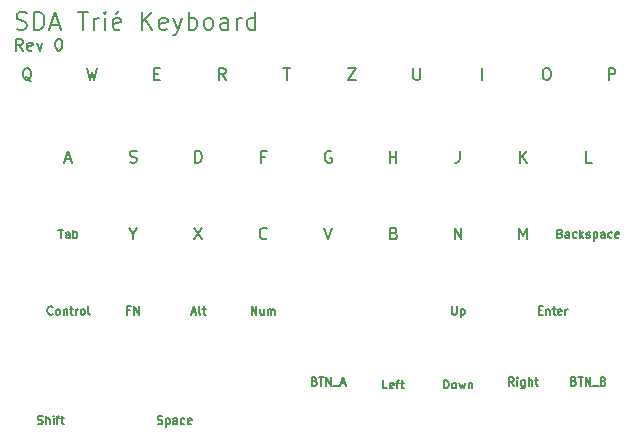
<source format=gbr>
%TF.GenerationSoftware,KiCad,Pcbnew,6.0.11-2627ca5db0~126~ubuntu22.04.1*%
%TF.CreationDate,2024-01-14T00:56:42+01:00*%
%TF.ProjectId,sda_trie_kbd,7364615f-7472-4696-955f-6b62642e6b69,rev?*%
%TF.SameCoordinates,PX2f34f60PY1c9b1e8*%
%TF.FileFunction,Legend,Top*%
%TF.FilePolarity,Positive*%
%FSLAX46Y46*%
G04 Gerber Fmt 4.6, Leading zero omitted, Abs format (unit mm)*
G04 Created by KiCad (PCBNEW 6.0.11-2627ca5db0~126~ubuntu22.04.1) date 2024-01-14 00:56:42*
%MOMM*%
%LPD*%
G01*
G04 APERTURE LIST*
%ADD10C,0.150000*%
G04 APERTURE END LIST*
D10*
X3642857Y-4956884D02*
X3309523Y-4480694D01*
X3071428Y-4956884D02*
X3071428Y-3956884D01*
X3452380Y-3956884D01*
X3547619Y-4004504D01*
X3595238Y-4052123D01*
X3642857Y-4147361D01*
X3642857Y-4290218D01*
X3595238Y-4385456D01*
X3547619Y-4433075D01*
X3452380Y-4480694D01*
X3071428Y-4480694D01*
X4452380Y-4909265D02*
X4357142Y-4956884D01*
X4166666Y-4956884D01*
X4071428Y-4909265D01*
X4023809Y-4814027D01*
X4023809Y-4433075D01*
X4071428Y-4337837D01*
X4166666Y-4290218D01*
X4357142Y-4290218D01*
X4452380Y-4337837D01*
X4500000Y-4433075D01*
X4500000Y-4528313D01*
X4023809Y-4623551D01*
X4833333Y-4290218D02*
X5071428Y-4956884D01*
X5309523Y-4290218D01*
X6642857Y-3956884D02*
X6738095Y-3956884D01*
X6833333Y-4004504D01*
X6880952Y-4052123D01*
X6928571Y-4147361D01*
X6976190Y-4337837D01*
X6976190Y-4575932D01*
X6928571Y-4766408D01*
X6880952Y-4861646D01*
X6833333Y-4909265D01*
X6738095Y-4956884D01*
X6642857Y-4956884D01*
X6547619Y-4909265D01*
X6500000Y-4861646D01*
X6452380Y-4766408D01*
X6404761Y-4575932D01*
X6404761Y-4337837D01*
X6452380Y-4147361D01*
X6500000Y-4052123D01*
X6547619Y-4004504D01*
X6642857Y-3956884D01*
X3119047Y-3111646D02*
X3333333Y-3183075D01*
X3690476Y-3183075D01*
X3833333Y-3111646D01*
X3904762Y-3040218D01*
X3976190Y-2897361D01*
X3976190Y-2754504D01*
X3904762Y-2611646D01*
X3833333Y-2540218D01*
X3690476Y-2468789D01*
X3404762Y-2397361D01*
X3261904Y-2325932D01*
X3190476Y-2254504D01*
X3119047Y-2111646D01*
X3119047Y-1968789D01*
X3190476Y-1825932D01*
X3261904Y-1754504D01*
X3404762Y-1683075D01*
X3761904Y-1683075D01*
X3976190Y-1754504D01*
X4619047Y-3183075D02*
X4619047Y-1683075D01*
X4976190Y-1683075D01*
X5190476Y-1754504D01*
X5333333Y-1897361D01*
X5404762Y-2040218D01*
X5476190Y-2325932D01*
X5476190Y-2540218D01*
X5404762Y-2825932D01*
X5333333Y-2968789D01*
X5190476Y-3111646D01*
X4976190Y-3183075D01*
X4619047Y-3183075D01*
X6047619Y-2754504D02*
X6761904Y-2754504D01*
X5904762Y-3183075D02*
X6404762Y-1683075D01*
X6904762Y-3183075D01*
X8333333Y-1683075D02*
X9190476Y-1683075D01*
X8761904Y-3183075D02*
X8761904Y-1683075D01*
X9690476Y-3183075D02*
X9690476Y-2183075D01*
X9690476Y-2468789D02*
X9761904Y-2325932D01*
X9833333Y-2254504D01*
X9976190Y-2183075D01*
X10119047Y-2183075D01*
X10619047Y-3183075D02*
X10619047Y-2183075D01*
X10619047Y-1683075D02*
X10547619Y-1754504D01*
X10619047Y-1825932D01*
X10690476Y-1754504D01*
X10619047Y-1683075D01*
X10619047Y-1825932D01*
X11904762Y-3111646D02*
X11761904Y-3183075D01*
X11476190Y-3183075D01*
X11333333Y-3111646D01*
X11261904Y-2968789D01*
X11261904Y-2397361D01*
X11333333Y-2254504D01*
X11476190Y-2183075D01*
X11761904Y-2183075D01*
X11904762Y-2254504D01*
X11976190Y-2397361D01*
X11976190Y-2540218D01*
X11261904Y-2683075D01*
X11761904Y-1611646D02*
X11547619Y-1825932D01*
X13761904Y-3183075D02*
X13761904Y-1683075D01*
X14619047Y-3183075D02*
X13976190Y-2325932D01*
X14619047Y-1683075D02*
X13761904Y-2540218D01*
X15833333Y-3111646D02*
X15690476Y-3183075D01*
X15404762Y-3183075D01*
X15261904Y-3111646D01*
X15190476Y-2968789D01*
X15190476Y-2397361D01*
X15261904Y-2254504D01*
X15404762Y-2183075D01*
X15690476Y-2183075D01*
X15833333Y-2254504D01*
X15904762Y-2397361D01*
X15904762Y-2540218D01*
X15190476Y-2683075D01*
X16404762Y-2183075D02*
X16761904Y-3183075D01*
X17119047Y-2183075D02*
X16761904Y-3183075D01*
X16619047Y-3540218D01*
X16547619Y-3611646D01*
X16404762Y-3683075D01*
X17690476Y-3183075D02*
X17690476Y-1683075D01*
X17690476Y-2254504D02*
X17833333Y-2183075D01*
X18119047Y-2183075D01*
X18261905Y-2254504D01*
X18333333Y-2325932D01*
X18404762Y-2468789D01*
X18404762Y-2897361D01*
X18333333Y-3040218D01*
X18261905Y-3111646D01*
X18119047Y-3183075D01*
X17833333Y-3183075D01*
X17690476Y-3111646D01*
X19261905Y-3183075D02*
X19119047Y-3111646D01*
X19047619Y-3040218D01*
X18976190Y-2897361D01*
X18976190Y-2468789D01*
X19047619Y-2325932D01*
X19119047Y-2254504D01*
X19261905Y-2183075D01*
X19476190Y-2183075D01*
X19619047Y-2254504D01*
X19690476Y-2325932D01*
X19761905Y-2468789D01*
X19761905Y-2897361D01*
X19690476Y-3040218D01*
X19619047Y-3111646D01*
X19476190Y-3183075D01*
X19261905Y-3183075D01*
X21047619Y-3183075D02*
X21047619Y-2397361D01*
X20976190Y-2254504D01*
X20833333Y-2183075D01*
X20547619Y-2183075D01*
X20404762Y-2254504D01*
X21047619Y-3111646D02*
X20904762Y-3183075D01*
X20547619Y-3183075D01*
X20404762Y-3111646D01*
X20333333Y-2968789D01*
X20333333Y-2825932D01*
X20404762Y-2683075D01*
X20547619Y-2611646D01*
X20904762Y-2611646D01*
X21047619Y-2540218D01*
X21761905Y-3183075D02*
X21761905Y-2183075D01*
X21761905Y-2468789D02*
X21833333Y-2325932D01*
X21904762Y-2254504D01*
X22047619Y-2183075D01*
X22190476Y-2183075D01*
X23333333Y-3183075D02*
X23333333Y-1683075D01*
X23333333Y-3111646D02*
X23190476Y-3183075D01*
X22904762Y-3183075D01*
X22761905Y-3111646D01*
X22690476Y-3040218D01*
X22619047Y-2897361D01*
X22619047Y-2468789D01*
X22690476Y-2325932D01*
X22761905Y-2254504D01*
X22904762Y-2183075D01*
X23190476Y-2183075D01*
X23333333Y-2254504D01*
X51809523Y-14456884D02*
X51333333Y-14456884D01*
X51333333Y-13456884D01*
X40214285Y-20956884D02*
X40214285Y-19956884D01*
X40785714Y-20956884D01*
X40785714Y-19956884D01*
X28350000Y-32954504D02*
X28450000Y-32987837D01*
X28483333Y-33021170D01*
X28516666Y-33087837D01*
X28516666Y-33187837D01*
X28483333Y-33254504D01*
X28450000Y-33287837D01*
X28383333Y-33321170D01*
X28116666Y-33321170D01*
X28116666Y-32621170D01*
X28350000Y-32621170D01*
X28416666Y-32654504D01*
X28450000Y-32687837D01*
X28483333Y-32754504D01*
X28483333Y-32821170D01*
X28450000Y-32887837D01*
X28416666Y-32921170D01*
X28350000Y-32954504D01*
X28116666Y-32954504D01*
X28716666Y-32621170D02*
X29116666Y-32621170D01*
X28916666Y-33321170D02*
X28916666Y-32621170D01*
X29350000Y-33321170D02*
X29350000Y-32621170D01*
X29750000Y-33321170D01*
X29750000Y-32621170D01*
X29916666Y-33387837D02*
X30450000Y-33387837D01*
X30583333Y-33121170D02*
X30916666Y-33121170D01*
X30516666Y-33321170D02*
X30750000Y-32621170D01*
X30983333Y-33321170D01*
X12714285Y-14409265D02*
X12857142Y-14456884D01*
X13095238Y-14456884D01*
X13190476Y-14409265D01*
X13238095Y-14361646D01*
X13285714Y-14266408D01*
X13285714Y-14171170D01*
X13238095Y-14075932D01*
X13190476Y-14028313D01*
X13095238Y-13980694D01*
X12904761Y-13933075D01*
X12809523Y-13885456D01*
X12761904Y-13837837D01*
X12714285Y-13742599D01*
X12714285Y-13647361D01*
X12761904Y-13552123D01*
X12809523Y-13504504D01*
X12904761Y-13456884D01*
X13142857Y-13456884D01*
X13285714Y-13504504D01*
X50300000Y-32954504D02*
X50400000Y-32987837D01*
X50433333Y-33021170D01*
X50466666Y-33087837D01*
X50466666Y-33187837D01*
X50433333Y-33254504D01*
X50400000Y-33287837D01*
X50333333Y-33321170D01*
X50066666Y-33321170D01*
X50066666Y-32621170D01*
X50300000Y-32621170D01*
X50366666Y-32654504D01*
X50400000Y-32687837D01*
X50433333Y-32754504D01*
X50433333Y-32821170D01*
X50400000Y-32887837D01*
X50366666Y-32921170D01*
X50300000Y-32954504D01*
X50066666Y-32954504D01*
X50666666Y-32621170D02*
X51066666Y-32621170D01*
X50866666Y-33321170D02*
X50866666Y-32621170D01*
X51300000Y-33321170D02*
X51300000Y-32621170D01*
X51700000Y-33321170D01*
X51700000Y-32621170D01*
X51866666Y-33387837D02*
X52400000Y-33387837D01*
X52800000Y-32954504D02*
X52900000Y-32987837D01*
X52933333Y-33021170D01*
X52966666Y-33087837D01*
X52966666Y-33187837D01*
X52933333Y-33254504D01*
X52900000Y-33287837D01*
X52833333Y-33321170D01*
X52566666Y-33321170D01*
X52566666Y-32621170D01*
X52800000Y-32621170D01*
X52866666Y-32654504D01*
X52900000Y-32687837D01*
X52933333Y-32754504D01*
X52933333Y-32821170D01*
X52900000Y-32887837D01*
X52866666Y-32921170D01*
X52800000Y-32954504D01*
X52566666Y-32954504D01*
X31166666Y-6456884D02*
X31833333Y-6456884D01*
X31166666Y-7456884D01*
X31833333Y-7456884D01*
X53238095Y-7456884D02*
X53238095Y-6456884D01*
X53619047Y-6456884D01*
X53714285Y-6504504D01*
X53761904Y-6552123D01*
X53809523Y-6647361D01*
X53809523Y-6790218D01*
X53761904Y-6885456D01*
X53714285Y-6933075D01*
X53619047Y-6980694D01*
X53238095Y-6980694D01*
X13000000Y-20480694D02*
X13000000Y-20956884D01*
X12666666Y-19956884D02*
X13000000Y-20480694D01*
X13333333Y-19956884D01*
X24142857Y-13933075D02*
X23809523Y-13933075D01*
X23809523Y-14456884D02*
X23809523Y-13456884D01*
X24285714Y-13456884D01*
X14785714Y-6933075D02*
X15119047Y-6933075D01*
X15261904Y-7456884D02*
X14785714Y-7456884D01*
X14785714Y-6456884D01*
X15261904Y-6456884D01*
X39316666Y-33571170D02*
X39316666Y-32871170D01*
X39483333Y-32871170D01*
X39583333Y-32904504D01*
X39650000Y-32971170D01*
X39683333Y-33037837D01*
X39716666Y-33171170D01*
X39716666Y-33271170D01*
X39683333Y-33404504D01*
X39650000Y-33471170D01*
X39583333Y-33537837D01*
X39483333Y-33571170D01*
X39316666Y-33571170D01*
X40116666Y-33571170D02*
X40050000Y-33537837D01*
X40016666Y-33504504D01*
X39983333Y-33437837D01*
X39983333Y-33237837D01*
X40016666Y-33171170D01*
X40050000Y-33137837D01*
X40116666Y-33104504D01*
X40216666Y-33104504D01*
X40283333Y-33137837D01*
X40316666Y-33171170D01*
X40350000Y-33237837D01*
X40350000Y-33437837D01*
X40316666Y-33504504D01*
X40283333Y-33537837D01*
X40216666Y-33571170D01*
X40116666Y-33571170D01*
X40583333Y-33104504D02*
X40716666Y-33571170D01*
X40850000Y-33237837D01*
X40983333Y-33571170D01*
X41116666Y-33104504D01*
X41383333Y-33104504D02*
X41383333Y-33571170D01*
X41383333Y-33171170D02*
X41416666Y-33137837D01*
X41483333Y-33104504D01*
X41583333Y-33104504D01*
X41650000Y-33137837D01*
X41683333Y-33204504D01*
X41683333Y-33571170D01*
X34516666Y-33571170D02*
X34183333Y-33571170D01*
X34183333Y-32871170D01*
X35016666Y-33537837D02*
X34950000Y-33571170D01*
X34816666Y-33571170D01*
X34750000Y-33537837D01*
X34716666Y-33471170D01*
X34716666Y-33204504D01*
X34750000Y-33137837D01*
X34816666Y-33104504D01*
X34950000Y-33104504D01*
X35016666Y-33137837D01*
X35050000Y-33204504D01*
X35050000Y-33271170D01*
X34716666Y-33337837D01*
X35250000Y-33104504D02*
X35516666Y-33104504D01*
X35350000Y-33571170D02*
X35350000Y-32971170D01*
X35383333Y-32904504D01*
X35450000Y-32871170D01*
X35516666Y-32871170D01*
X35650000Y-33104504D02*
X35916666Y-33104504D01*
X35750000Y-32871170D02*
X35750000Y-33471170D01*
X35783333Y-33537837D01*
X35850000Y-33571170D01*
X35916666Y-33571170D01*
X47904761Y-6456884D02*
X48095238Y-6456884D01*
X48190476Y-6504504D01*
X48285714Y-6599742D01*
X48333333Y-6790218D01*
X48333333Y-7123551D01*
X48285714Y-7314027D01*
X48190476Y-7409265D01*
X48095238Y-7456884D01*
X47904761Y-7456884D01*
X47809523Y-7409265D01*
X47714285Y-7314027D01*
X47666666Y-7123551D01*
X47666666Y-6790218D01*
X47714285Y-6599742D01*
X47809523Y-6504504D01*
X47904761Y-6456884D01*
X39983333Y-26621170D02*
X39983333Y-27187837D01*
X40016666Y-27254504D01*
X40050000Y-27287837D01*
X40116666Y-27321170D01*
X40250000Y-27321170D01*
X40316666Y-27287837D01*
X40350000Y-27254504D01*
X40383333Y-27187837D01*
X40383333Y-26621170D01*
X40716666Y-26854504D02*
X40716666Y-27554504D01*
X40716666Y-26887837D02*
X40783333Y-26854504D01*
X40916666Y-26854504D01*
X40983333Y-26887837D01*
X41016666Y-26921170D01*
X41050000Y-26987837D01*
X41050000Y-27187837D01*
X41016666Y-27254504D01*
X40983333Y-27287837D01*
X40916666Y-27321170D01*
X40783333Y-27321170D01*
X40716666Y-27287837D01*
X9071428Y-6456884D02*
X9309523Y-7456884D01*
X9500000Y-6742599D01*
X9690476Y-7456884D01*
X9928571Y-6456884D01*
X12733333Y-26954504D02*
X12500000Y-26954504D01*
X12500000Y-27321170D02*
X12500000Y-26621170D01*
X12833333Y-26621170D01*
X13100000Y-27321170D02*
X13100000Y-26621170D01*
X13500000Y-27321170D01*
X13500000Y-26621170D01*
X36714285Y-6456884D02*
X36714285Y-7266408D01*
X36761904Y-7361646D01*
X36809523Y-7409265D01*
X36904761Y-7456884D01*
X37095238Y-7456884D01*
X37190476Y-7409265D01*
X37238095Y-7361646D01*
X37285714Y-7266408D01*
X37285714Y-6456884D01*
X7261904Y-14171170D02*
X7738095Y-14171170D01*
X7166666Y-14456884D02*
X7500000Y-13456884D01*
X7833333Y-14456884D01*
X40642857Y-13456884D02*
X40642857Y-14171170D01*
X40595238Y-14314027D01*
X40500000Y-14409265D01*
X40357142Y-14456884D01*
X40261904Y-14456884D01*
X45216666Y-33321170D02*
X44983333Y-32987837D01*
X44816666Y-33321170D02*
X44816666Y-32621170D01*
X45083333Y-32621170D01*
X45150000Y-32654504D01*
X45183333Y-32687837D01*
X45216666Y-32754504D01*
X45216666Y-32854504D01*
X45183333Y-32921170D01*
X45150000Y-32954504D01*
X45083333Y-32987837D01*
X44816666Y-32987837D01*
X45516666Y-33321170D02*
X45516666Y-32854504D01*
X45516666Y-32621170D02*
X45483333Y-32654504D01*
X45516666Y-32687837D01*
X45550000Y-32654504D01*
X45516666Y-32621170D01*
X45516666Y-32687837D01*
X46150000Y-32854504D02*
X46150000Y-33421170D01*
X46116666Y-33487837D01*
X46083333Y-33521170D01*
X46016666Y-33554504D01*
X45916666Y-33554504D01*
X45850000Y-33521170D01*
X46150000Y-33287837D02*
X46083333Y-33321170D01*
X45950000Y-33321170D01*
X45883333Y-33287837D01*
X45850000Y-33254504D01*
X45816666Y-33187837D01*
X45816666Y-32987837D01*
X45850000Y-32921170D01*
X45883333Y-32887837D01*
X45950000Y-32854504D01*
X46083333Y-32854504D01*
X46150000Y-32887837D01*
X46483333Y-33321170D02*
X46483333Y-32621170D01*
X46783333Y-33321170D02*
X46783333Y-32954504D01*
X46750000Y-32887837D01*
X46683333Y-32854504D01*
X46583333Y-32854504D01*
X46516666Y-32887837D01*
X46483333Y-32921170D01*
X47016666Y-32854504D02*
X47283333Y-32854504D01*
X47116666Y-32621170D02*
X47116666Y-33221170D01*
X47150000Y-33287837D01*
X47216666Y-33321170D01*
X47283333Y-33321170D01*
X15066666Y-36537837D02*
X15166666Y-36571170D01*
X15333333Y-36571170D01*
X15400000Y-36537837D01*
X15433333Y-36504504D01*
X15466666Y-36437837D01*
X15466666Y-36371170D01*
X15433333Y-36304504D01*
X15400000Y-36271170D01*
X15333333Y-36237837D01*
X15200000Y-36204504D01*
X15133333Y-36171170D01*
X15100000Y-36137837D01*
X15066666Y-36071170D01*
X15066666Y-36004504D01*
X15100000Y-35937837D01*
X15133333Y-35904504D01*
X15200000Y-35871170D01*
X15366666Y-35871170D01*
X15466666Y-35904504D01*
X15766666Y-36104504D02*
X15766666Y-36804504D01*
X15766666Y-36137837D02*
X15833333Y-36104504D01*
X15966666Y-36104504D01*
X16033333Y-36137837D01*
X16066666Y-36171170D01*
X16100000Y-36237837D01*
X16100000Y-36437837D01*
X16066666Y-36504504D01*
X16033333Y-36537837D01*
X15966666Y-36571170D01*
X15833333Y-36571170D01*
X15766666Y-36537837D01*
X16700000Y-36571170D02*
X16700000Y-36204504D01*
X16666666Y-36137837D01*
X16600000Y-36104504D01*
X16466666Y-36104504D01*
X16400000Y-36137837D01*
X16700000Y-36537837D02*
X16633333Y-36571170D01*
X16466666Y-36571170D01*
X16400000Y-36537837D01*
X16366666Y-36471170D01*
X16366666Y-36404504D01*
X16400000Y-36337837D01*
X16466666Y-36304504D01*
X16633333Y-36304504D01*
X16700000Y-36271170D01*
X17333333Y-36537837D02*
X17266666Y-36571170D01*
X17133333Y-36571170D01*
X17066666Y-36537837D01*
X17033333Y-36504504D01*
X17000000Y-36437837D01*
X17000000Y-36237837D01*
X17033333Y-36171170D01*
X17066666Y-36137837D01*
X17133333Y-36104504D01*
X17266666Y-36104504D01*
X17333333Y-36137837D01*
X17900000Y-36537837D02*
X17833333Y-36571170D01*
X17700000Y-36571170D01*
X17633333Y-36537837D01*
X17600000Y-36471170D01*
X17600000Y-36204504D01*
X17633333Y-36137837D01*
X17700000Y-36104504D01*
X17833333Y-36104504D01*
X17900000Y-36137837D01*
X17933333Y-36204504D01*
X17933333Y-36271170D01*
X17600000Y-36337837D01*
X29166666Y-19956884D02*
X29500000Y-20956884D01*
X29833333Y-19956884D01*
X45738095Y-14456884D02*
X45738095Y-13456884D01*
X46309523Y-14456884D02*
X45880952Y-13885456D01*
X46309523Y-13456884D02*
X45738095Y-14028313D01*
X18166666Y-19956884D02*
X18833333Y-20956884D01*
X18833333Y-19956884D02*
X18166666Y-20956884D01*
X23016666Y-27321170D02*
X23016666Y-26621170D01*
X23416666Y-27321170D01*
X23416666Y-26621170D01*
X24050000Y-26854504D02*
X24050000Y-27321170D01*
X23750000Y-26854504D02*
X23750000Y-27221170D01*
X23783333Y-27287837D01*
X23850000Y-27321170D01*
X23950000Y-27321170D01*
X24016666Y-27287837D01*
X24050000Y-27254504D01*
X24383333Y-27321170D02*
X24383333Y-26854504D01*
X24383333Y-26921170D02*
X24416666Y-26887837D01*
X24483333Y-26854504D01*
X24583333Y-26854504D01*
X24650000Y-26887837D01*
X24683333Y-26954504D01*
X24683333Y-27321170D01*
X24683333Y-26954504D02*
X24716666Y-26887837D01*
X24783333Y-26854504D01*
X24883333Y-26854504D01*
X24950000Y-26887837D01*
X24983333Y-26954504D01*
X24983333Y-27321170D01*
X47316666Y-26954504D02*
X47550000Y-26954504D01*
X47650000Y-27321170D02*
X47316666Y-27321170D01*
X47316666Y-26621170D01*
X47650000Y-26621170D01*
X47950000Y-26854504D02*
X47950000Y-27321170D01*
X47950000Y-26921170D02*
X47983333Y-26887837D01*
X48050000Y-26854504D01*
X48150000Y-26854504D01*
X48216666Y-26887837D01*
X48250000Y-26954504D01*
X48250000Y-27321170D01*
X48483333Y-26854504D02*
X48750000Y-26854504D01*
X48583333Y-26621170D02*
X48583333Y-27221170D01*
X48616666Y-27287837D01*
X48683333Y-27321170D01*
X48750000Y-27321170D01*
X49250000Y-27287837D02*
X49183333Y-27321170D01*
X49050000Y-27321170D01*
X48983333Y-27287837D01*
X48950000Y-27221170D01*
X48950000Y-26954504D01*
X48983333Y-26887837D01*
X49050000Y-26854504D01*
X49183333Y-26854504D01*
X49250000Y-26887837D01*
X49283333Y-26954504D01*
X49283333Y-27021170D01*
X48950000Y-27087837D01*
X49583333Y-27321170D02*
X49583333Y-26854504D01*
X49583333Y-26987837D02*
X49616666Y-26921170D01*
X49650000Y-26887837D01*
X49716666Y-26854504D01*
X49783333Y-26854504D01*
X42500000Y-7456884D02*
X42500000Y-6456884D01*
X17950000Y-27121170D02*
X18283333Y-27121170D01*
X17883333Y-27321170D02*
X18116666Y-26621170D01*
X18350000Y-27321170D01*
X18683333Y-27321170D02*
X18616666Y-27287837D01*
X18583333Y-27221170D01*
X18583333Y-26621170D01*
X18850000Y-26854504D02*
X19116666Y-26854504D01*
X18950000Y-26621170D02*
X18950000Y-27221170D01*
X18983333Y-27287837D01*
X19050000Y-27321170D01*
X19116666Y-27321170D01*
X45666666Y-20956884D02*
X45666666Y-19956884D01*
X46000000Y-20671170D01*
X46333333Y-19956884D01*
X46333333Y-20956884D01*
X29761904Y-13504504D02*
X29666666Y-13456884D01*
X29523809Y-13456884D01*
X29380952Y-13504504D01*
X29285714Y-13599742D01*
X29238095Y-13694980D01*
X29190476Y-13885456D01*
X29190476Y-14028313D01*
X29238095Y-14218789D01*
X29285714Y-14314027D01*
X29380952Y-14409265D01*
X29523809Y-14456884D01*
X29619047Y-14456884D01*
X29761904Y-14409265D01*
X29809523Y-14361646D01*
X29809523Y-14028313D01*
X29619047Y-14028313D01*
X18238095Y-14456884D02*
X18238095Y-13456884D01*
X18476190Y-13456884D01*
X18619047Y-13504504D01*
X18714285Y-13599742D01*
X18761904Y-13694980D01*
X18809523Y-13885456D01*
X18809523Y-14028313D01*
X18761904Y-14218789D01*
X18714285Y-14314027D01*
X18619047Y-14409265D01*
X18476190Y-14456884D01*
X18238095Y-14456884D01*
X4916666Y-36537837D02*
X5016666Y-36571170D01*
X5183333Y-36571170D01*
X5250000Y-36537837D01*
X5283333Y-36504504D01*
X5316666Y-36437837D01*
X5316666Y-36371170D01*
X5283333Y-36304504D01*
X5250000Y-36271170D01*
X5183333Y-36237837D01*
X5050000Y-36204504D01*
X4983333Y-36171170D01*
X4950000Y-36137837D01*
X4916666Y-36071170D01*
X4916666Y-36004504D01*
X4950000Y-35937837D01*
X4983333Y-35904504D01*
X5050000Y-35871170D01*
X5216666Y-35871170D01*
X5316666Y-35904504D01*
X5616666Y-36571170D02*
X5616666Y-35871170D01*
X5916666Y-36571170D02*
X5916666Y-36204504D01*
X5883333Y-36137837D01*
X5816666Y-36104504D01*
X5716666Y-36104504D01*
X5650000Y-36137837D01*
X5616666Y-36171170D01*
X6250000Y-36571170D02*
X6250000Y-36104504D01*
X6250000Y-35871170D02*
X6216666Y-35904504D01*
X6250000Y-35937837D01*
X6283333Y-35904504D01*
X6250000Y-35871170D01*
X6250000Y-35937837D01*
X6483333Y-36104504D02*
X6750000Y-36104504D01*
X6583333Y-36571170D02*
X6583333Y-35971170D01*
X6616666Y-35904504D01*
X6683333Y-35871170D01*
X6750000Y-35871170D01*
X6883333Y-36104504D02*
X7150000Y-36104504D01*
X6983333Y-35871170D02*
X6983333Y-36471170D01*
X7016666Y-36537837D01*
X7083333Y-36571170D01*
X7150000Y-36571170D01*
X35071428Y-20433075D02*
X35214285Y-20480694D01*
X35261904Y-20528313D01*
X35309523Y-20623551D01*
X35309523Y-20766408D01*
X35261904Y-20861646D01*
X35214285Y-20909265D01*
X35119047Y-20956884D01*
X34738095Y-20956884D01*
X34738095Y-19956884D01*
X35071428Y-19956884D01*
X35166666Y-20004504D01*
X35214285Y-20052123D01*
X35261904Y-20147361D01*
X35261904Y-20242599D01*
X35214285Y-20337837D01*
X35166666Y-20385456D01*
X35071428Y-20433075D01*
X34738095Y-20433075D01*
X49133333Y-20454504D02*
X49233333Y-20487837D01*
X49266666Y-20521170D01*
X49300000Y-20587837D01*
X49300000Y-20687837D01*
X49266666Y-20754504D01*
X49233333Y-20787837D01*
X49166666Y-20821170D01*
X48900000Y-20821170D01*
X48900000Y-20121170D01*
X49133333Y-20121170D01*
X49200000Y-20154504D01*
X49233333Y-20187837D01*
X49266666Y-20254504D01*
X49266666Y-20321170D01*
X49233333Y-20387837D01*
X49200000Y-20421170D01*
X49133333Y-20454504D01*
X48900000Y-20454504D01*
X49900000Y-20821170D02*
X49900000Y-20454504D01*
X49866666Y-20387837D01*
X49800000Y-20354504D01*
X49666666Y-20354504D01*
X49600000Y-20387837D01*
X49900000Y-20787837D02*
X49833333Y-20821170D01*
X49666666Y-20821170D01*
X49600000Y-20787837D01*
X49566666Y-20721170D01*
X49566666Y-20654504D01*
X49600000Y-20587837D01*
X49666666Y-20554504D01*
X49833333Y-20554504D01*
X49900000Y-20521170D01*
X50533333Y-20787837D02*
X50466666Y-20821170D01*
X50333333Y-20821170D01*
X50266666Y-20787837D01*
X50233333Y-20754504D01*
X50200000Y-20687837D01*
X50200000Y-20487837D01*
X50233333Y-20421170D01*
X50266666Y-20387837D01*
X50333333Y-20354504D01*
X50466666Y-20354504D01*
X50533333Y-20387837D01*
X50833333Y-20821170D02*
X50833333Y-20121170D01*
X50900000Y-20554504D02*
X51100000Y-20821170D01*
X51100000Y-20354504D02*
X50833333Y-20621170D01*
X51366666Y-20787837D02*
X51433333Y-20821170D01*
X51566666Y-20821170D01*
X51633333Y-20787837D01*
X51666666Y-20721170D01*
X51666666Y-20687837D01*
X51633333Y-20621170D01*
X51566666Y-20587837D01*
X51466666Y-20587837D01*
X51400000Y-20554504D01*
X51366666Y-20487837D01*
X51366666Y-20454504D01*
X51400000Y-20387837D01*
X51466666Y-20354504D01*
X51566666Y-20354504D01*
X51633333Y-20387837D01*
X51966666Y-20354504D02*
X51966666Y-21054504D01*
X51966666Y-20387837D02*
X52033333Y-20354504D01*
X52166666Y-20354504D01*
X52233333Y-20387837D01*
X52266666Y-20421170D01*
X52300000Y-20487837D01*
X52300000Y-20687837D01*
X52266666Y-20754504D01*
X52233333Y-20787837D01*
X52166666Y-20821170D01*
X52033333Y-20821170D01*
X51966666Y-20787837D01*
X52900000Y-20821170D02*
X52900000Y-20454504D01*
X52866666Y-20387837D01*
X52800000Y-20354504D01*
X52666666Y-20354504D01*
X52600000Y-20387837D01*
X52900000Y-20787837D02*
X52833333Y-20821170D01*
X52666666Y-20821170D01*
X52600000Y-20787837D01*
X52566666Y-20721170D01*
X52566666Y-20654504D01*
X52600000Y-20587837D01*
X52666666Y-20554504D01*
X52833333Y-20554504D01*
X52900000Y-20521170D01*
X53533333Y-20787837D02*
X53466666Y-20821170D01*
X53333333Y-20821170D01*
X53266666Y-20787837D01*
X53233333Y-20754504D01*
X53200000Y-20687837D01*
X53200000Y-20487837D01*
X53233333Y-20421170D01*
X53266666Y-20387837D01*
X53333333Y-20354504D01*
X53466666Y-20354504D01*
X53533333Y-20387837D01*
X54100000Y-20787837D02*
X54033333Y-20821170D01*
X53900000Y-20821170D01*
X53833333Y-20787837D01*
X53800000Y-20721170D01*
X53800000Y-20454504D01*
X53833333Y-20387837D01*
X53900000Y-20354504D01*
X54033333Y-20354504D01*
X54100000Y-20387837D01*
X54133333Y-20454504D01*
X54133333Y-20521170D01*
X53800000Y-20587837D01*
X6166666Y-27254504D02*
X6133333Y-27287837D01*
X6033333Y-27321170D01*
X5966666Y-27321170D01*
X5866666Y-27287837D01*
X5800000Y-27221170D01*
X5766666Y-27154504D01*
X5733333Y-27021170D01*
X5733333Y-26921170D01*
X5766666Y-26787837D01*
X5800000Y-26721170D01*
X5866666Y-26654504D01*
X5966666Y-26621170D01*
X6033333Y-26621170D01*
X6133333Y-26654504D01*
X6166666Y-26687837D01*
X6566666Y-27321170D02*
X6500000Y-27287837D01*
X6466666Y-27254504D01*
X6433333Y-27187837D01*
X6433333Y-26987837D01*
X6466666Y-26921170D01*
X6500000Y-26887837D01*
X6566666Y-26854504D01*
X6666666Y-26854504D01*
X6733333Y-26887837D01*
X6766666Y-26921170D01*
X6800000Y-26987837D01*
X6800000Y-27187837D01*
X6766666Y-27254504D01*
X6733333Y-27287837D01*
X6666666Y-27321170D01*
X6566666Y-27321170D01*
X7100000Y-26854504D02*
X7100000Y-27321170D01*
X7100000Y-26921170D02*
X7133333Y-26887837D01*
X7200000Y-26854504D01*
X7300000Y-26854504D01*
X7366666Y-26887837D01*
X7400000Y-26954504D01*
X7400000Y-27321170D01*
X7633333Y-26854504D02*
X7900000Y-26854504D01*
X7733333Y-26621170D02*
X7733333Y-27221170D01*
X7766666Y-27287837D01*
X7833333Y-27321170D01*
X7900000Y-27321170D01*
X8133333Y-27321170D02*
X8133333Y-26854504D01*
X8133333Y-26987837D02*
X8166666Y-26921170D01*
X8200000Y-26887837D01*
X8266666Y-26854504D01*
X8333333Y-26854504D01*
X8666666Y-27321170D02*
X8600000Y-27287837D01*
X8566666Y-27254504D01*
X8533333Y-27187837D01*
X8533333Y-26987837D01*
X8566666Y-26921170D01*
X8600000Y-26887837D01*
X8666666Y-26854504D01*
X8766666Y-26854504D01*
X8833333Y-26887837D01*
X8866666Y-26921170D01*
X8900000Y-26987837D01*
X8900000Y-27187837D01*
X8866666Y-27254504D01*
X8833333Y-27287837D01*
X8766666Y-27321170D01*
X8666666Y-27321170D01*
X9300000Y-27321170D02*
X9233333Y-27287837D01*
X9200000Y-27221170D01*
X9200000Y-26621170D01*
X34714285Y-14456884D02*
X34714285Y-13456884D01*
X34714285Y-13933075D02*
X35285714Y-13933075D01*
X35285714Y-14456884D02*
X35285714Y-13456884D01*
X25714285Y-6456884D02*
X26285714Y-6456884D01*
X26000000Y-7456884D02*
X26000000Y-6456884D01*
X20809523Y-7456884D02*
X20476190Y-6980694D01*
X20238095Y-7456884D02*
X20238095Y-6456884D01*
X20619047Y-6456884D01*
X20714285Y-6504504D01*
X20761904Y-6552123D01*
X20809523Y-6647361D01*
X20809523Y-6790218D01*
X20761904Y-6885456D01*
X20714285Y-6933075D01*
X20619047Y-6980694D01*
X20238095Y-6980694D01*
X24309523Y-20861646D02*
X24261904Y-20909265D01*
X24119047Y-20956884D01*
X24023809Y-20956884D01*
X23880952Y-20909265D01*
X23785714Y-20814027D01*
X23738095Y-20718789D01*
X23690476Y-20528313D01*
X23690476Y-20385456D01*
X23738095Y-20194980D01*
X23785714Y-20099742D01*
X23880952Y-20004504D01*
X24023809Y-19956884D01*
X24119047Y-19956884D01*
X24261904Y-20004504D01*
X24309523Y-20052123D01*
X4380952Y-7552123D02*
X4285714Y-7504504D01*
X4190476Y-7409265D01*
X4047619Y-7266408D01*
X3952380Y-7218789D01*
X3857142Y-7218789D01*
X3904761Y-7456884D02*
X3809523Y-7409265D01*
X3714285Y-7314027D01*
X3666666Y-7123551D01*
X3666666Y-6790218D01*
X3714285Y-6599742D01*
X3809523Y-6504504D01*
X3904761Y-6456884D01*
X4095238Y-6456884D01*
X4190476Y-6504504D01*
X4285714Y-6599742D01*
X4333333Y-6790218D01*
X4333333Y-7123551D01*
X4285714Y-7314027D01*
X4190476Y-7409265D01*
X4095238Y-7456884D01*
X3904761Y-7456884D01*
X6666666Y-20121170D02*
X7066666Y-20121170D01*
X6866666Y-20821170D02*
X6866666Y-20121170D01*
X7600000Y-20821170D02*
X7600000Y-20454504D01*
X7566666Y-20387837D01*
X7500000Y-20354504D01*
X7366666Y-20354504D01*
X7300000Y-20387837D01*
X7600000Y-20787837D02*
X7533333Y-20821170D01*
X7366666Y-20821170D01*
X7300000Y-20787837D01*
X7266666Y-20721170D01*
X7266666Y-20654504D01*
X7300000Y-20587837D01*
X7366666Y-20554504D01*
X7533333Y-20554504D01*
X7600000Y-20521170D01*
X7933333Y-20821170D02*
X7933333Y-20121170D01*
X7933333Y-20387837D02*
X8000000Y-20354504D01*
X8133333Y-20354504D01*
X8200000Y-20387837D01*
X8233333Y-20421170D01*
X8266666Y-20487837D01*
X8266666Y-20687837D01*
X8233333Y-20754504D01*
X8200000Y-20787837D01*
X8133333Y-20821170D01*
X8000000Y-20821170D01*
X7933333Y-20787837D01*
M02*

</source>
